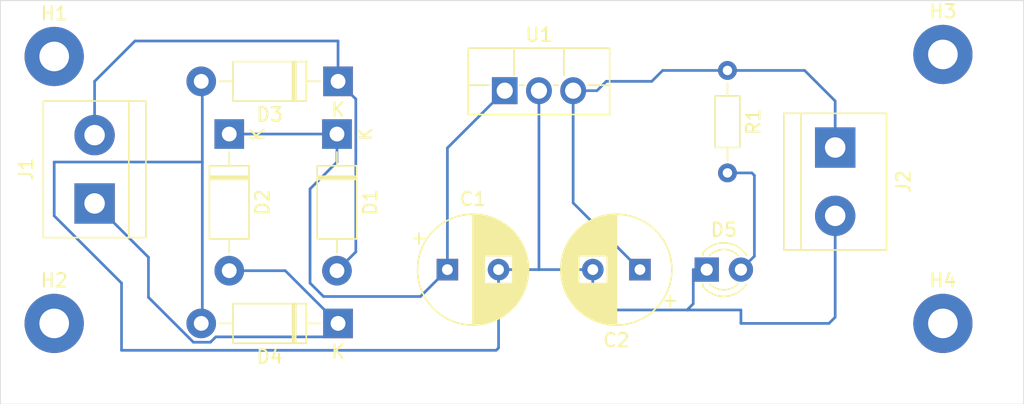
<source format=kicad_pcb>
(kicad_pcb (version 20240108) (generator "pcbnew") (generator_version "8.0")
  (layers (0 "F.Cu" signal) (31 "B.Cu" signal) (34 "B.Paste" user) (35 "F.Paste" user) (36 "B.SilkS" user "B.Silkscreen") (37 "F.SilkS" user "F.Silkscreen") (38 "B.Mask" user) (39 "F.Mask" user) (44 "Edge.Cuts" user))
  (net 0 "")
  (net 1 "Net-(D1-K)")
  (net 2 "Net-(D3-A)")
  (net 3 "Net-(J2-Pin_1)")
  (net 4 "Net-(D1-A)")
  (net 5 "Net-(D2-A)")
  (net 6 "Net-(D5-A)")
  (footprint "MountingHole:MountingHole_2.2mm_M2_Pad_TopBottom" (layer "F.Cu") (at 185 82)
    (property "Reference" "H3" (at 0 -3.2 0) (layer "F.SilkS"))
    (property "Value" "MountingHole")
    (pad "1" thru_hole circle (at 0 0) (size 2.6 2.6) (drill 2.2) (layers "*.Cu" "*.Mask"))
    (pad "1" connect circle (at 0 0) (size 4.4 4.4) (layers "F.Cu" "F.Mask"))
    (pad "1" connect circle (at 0 0) (size 4.4 4.4) (layers "B.Cu" "B.Mask"))
  )
  (footprint "Resistor_THT:R_Axial_DIN0204_L3.6mm_D1.6mm_P7.62mm_Horizontal" (layer "F.Cu") (at 169 83.19 -90)
    (property "Reference" "R1" (at 3.81 -1.92 90) (layer "F.SilkS"))
    (property "Value" "1k")
    (fp_line (start 1.89 0.92) (end 5.73 0.92) (stroke (width 0.12)) (layer "F.SilkS"))
    (fp_line (start 5.73 0.92) (end 5.73 -0.92) (stroke (width 0.12)) (layer "F.SilkS"))
    (fp_line (start 0.94 0) (end 1.89 0) (stroke (width 0.12)) (layer "F.SilkS"))
    (fp_line (start 6.68 0) (end 5.73 0) (stroke (width 0.12)) (layer "F.SilkS"))
    (fp_line (start 1.89 -0.92) (end 1.89 0.92) (stroke (width 0.12)) (layer "F.SilkS"))
    (fp_line (start 5.73 -0.92) (end 1.89 -0.92) (stroke (width 0.12)) (layer "F.SilkS"))
    (pad "1" thru_hole circle (at 0 0 270) (size 1.4 1.4) (drill 0.7) (layers "*.Cu" "*.Mask") (net 3 "Net-(J2-Pin_1)"))
    (pad "2" thru_hole oval (at 7.62 0 270) (size 1.4 1.4) (drill 0.7) (layers "*.Cu" "*.Mask") (net 6 "Net-(D5-A)"))
  )
  (footprint "TerminalBlock:TerminalBlock_bornier-2_P5.08mm" (layer "F.Cu") (at 177 88.92 -90)
    (property "Reference" "J2" (at 2.54 -5.08 90) (layer "F.SilkS"))
    (property "Value" "Screw_Terminal_01x02")
    (fp_line (start -2.54 3.81) (end 7.62 3.81) (stroke (width 0.12)) (layer "F.SilkS"))
    (fp_line (start 7.62 3.81) (end 7.62 -3.81) (stroke (width 0.12)) (layer "F.SilkS"))
    (fp_line (start 7.62 2.54) (end -2.54 2.54) (stroke (width 0.12)) (layer "F.SilkS"))
    (fp_line (start -2.54 -3.81) (end -2.54 3.81) (stroke (width 0.12)) (layer "F.SilkS"))
    (fp_line (start 7.62 -3.81) (end -2.54 -3.81) (stroke (width 0.12)) (layer "F.SilkS"))
    (pad "1" thru_hole rect (at 0 0 270) (size 3 3) (drill 1.52) (layers "*.Cu" "*.Mask") (net 3 "Net-(J2-Pin_1)"))
    (pad "2" thru_hole circle (at 5.08 0 270) (size 3 3) (drill 1.52) (layers "*.Cu" "*.Mask") (net 2 "Net-(D3-A)"))
  )
  (footprint "MountingHole:MountingHole_2.2mm_M2_Pad_TopBottom" (layer "F.Cu") (at 119 102)
    (property "Reference" "H2" (at 0 -3.2 0) (layer "F.SilkS"))
    (property "Value" "MountingHole")
    (pad "1" thru_hole circle (at 0 0) (size 2.6 2.6) (drill 2.2) (layers "*.Cu" "*.Mask"))
    (pad "1" connect circle (at 0 0) (size 4.4 4.4) (layers "F.Cu" "F.Mask"))
    (pad "1" connect circle (at 0 0) (size 4.4 4.4) (layers "B.Cu" "B.Mask"))
  )
  (footprint "LED_THT:LED_D3.0mm_Clear" (layer "F.Cu") (at 167.46 98)
    (property "Reference" "D5" (at 1.27 -2.96 0) (layer "F.SilkS"))
    (property "Value" "LED")
    (fp_line (start -0.29 -1.236) (end -0.29 -1.08) (stroke (width 0.12)) (layer "F.SilkS"))
    (fp_line (start -0.29 1.08) (end -0.29 1.236) (stroke (width 0.12)) (layer "F.SilkS"))
    (fp_arc (start -0.29 -1.235516) (mid 1.366487 -1.987659) (end 2.942335 -1.078608) (stroke (width 0.12)) (layer "F.SilkS"))
    (fp_arc (start 0.229039 -1.08) (mid 1.270117 -1.5) (end 2.31113 -1.079837) (stroke (width 0.12)) (layer "F.SilkS"))
    (fp_arc (start 2.31113 1.079837) (mid 1.270117 1.5) (end 0.229039 1.08) (stroke (width 0.12)) (layer "F.SilkS"))
    (fp_arc (start 2.942335 1.078608) (mid 1.366487 1.987659) (end -0.29 1.235516) (stroke (width 0.12)) (layer "F.SilkS"))
    (pad "1" thru_hole rect (at 0 0) (size 1.8 1.8) (drill 0.9) (layers "*.Cu" "*.Mask") (net 2 "Net-(D3-A)"))
    (pad "2" thru_hole circle (at 2.54 0) (size 1.8 1.8) (drill 0.9) (layers "*.Cu" "*.Mask") (net 6 "Net-(D5-A)"))
  )
  (footprint "Capacitor_THT:CP_Radial_D8.0mm_P3.50mm" (layer "F.Cu") (at 162.5 98 180)
    (property "Reference" "C2" (at 1.75 -5.25 180) (layer "F.SilkS"))
    (property "Value" "100uF")
    (fp_line (start 5.831 -0.533) (end 5.831 0.533) (stroke (width 0.12)) (layer "F.SilkS"))
    (fp_line (start 5.791 -0.768) (end 5.791 0.768) (stroke (width 0.12)) (layer "F.SilkS"))
    (fp_line (start 5.751 -0.948) (end 5.751 0.948) (stroke (width 0.12)) (layer "F.SilkS"))
    (fp_line (start 5.711 -1.098) (end 5.711 1.098) (stroke (width 0.12)) (layer "F.SilkS"))
    (fp_line (start 5.671 -1.229) (end 5.671 1.229) (stroke (width 0.12)) (layer "F.SilkS"))
    (fp_line (start 5.631 -1.346) (end 5.631 1.346) (stroke (width 0.12)) (layer "F.SilkS"))
    (fp_line (start 5.591 -1.453) (end 5.591 1.453) (stroke (width 0.12)) (layer "F.SilkS"))
    (fp_line (start 5.551 -1.552) (end 5.551 1.552) (stroke (width 0.12)) (layer "F.SilkS"))
    (fp_line (start 5.511 -1.645) (end 5.511 1.645) (stroke (width 0.12)) (layer "F.SilkS"))
    (fp_line (start 5.471 -1.731) (end 5.471 1.731) (stroke (width 0.12)) (layer "F.SilkS"))
    (fp_line (start 5.431 -1.813) (end 5.431 1.813) (stroke (width 0.12)) (layer "F.SilkS"))
    (fp_line (start 5.391 -1.89) (end 5.391 1.89) (stroke (width 0.12)) (layer "F.SilkS"))
    (fp_line (start 5.351 -1.964) (end 5.351 1.964) (stroke (width 0.12)) (layer "F.SilkS"))
    (fp_line (start 5.311 -2.034) (end 5.311 2.034) (stroke (width 0.12)) (layer "F.SilkS"))
    (fp_line (start 5.271 -2.102) (end 5.271 2.102) (stroke (width 0.12)) (layer "F.SilkS"))
    (fp_line (start 5.231 -2.166) (end 5.231 2.166) (stroke (width 0.12)) (layer "F.SilkS"))
    (fp_line (start 5.191 -2.228) (end 5.191 2.228) (stroke (width 0.12)) (layer "F.SilkS"))
    (fp_line (start 5.151 -2.287) (end 5.151 2.287) (stroke (width 0.12)) (layer "F.SilkS"))
    (fp_line (start 5.111 -2.345) (end 5.111 2.345) (stroke (width 0.12)) (layer "F.SilkS"))
    (fp_line (start 5.071 -2.4) (end 5.071 2.4) (stroke (width 0.12)) (layer "F.SilkS"))
    (fp_line (start 5.031 -2.454) (end 5.031 2.454) (stroke (width 0.12)) (layer "F.SilkS"))
    (fp_line (start 4.991 -2.505) (end 4.991 2.505) (stroke (width 0.12)) (layer "F.SilkS"))
    (fp_line (start 4.951 -2.556) (end 4.951 2.556) (stroke (width 0.12)) (layer "F.SilkS"))
    (fp_line (start 4.911 -2.604) (end 4.911 2.604) (stroke (width 0.12)) (layer "F.SilkS"))
    (fp_line (start 4.871 -2.651) (end 4.871 2.651) (stroke (width 0.12)) (layer "F.SilkS"))
    (fp_line (start 4.831 -2.697) (end 4.831 2.697) (stroke (width 0.12)) (layer "F.SilkS"))
    (fp_line (start 4.791 -2.741) (end 4.791 2.741) (stroke (width 0.12)) (layer "F.SilkS"))
    (fp_line (start 4.751 -2.784) (end 4.751 2.784) (stroke (width 0.12)) (layer "F.SilkS"))
    (fp_line (start 4.711 -2.826) (end 4.711 2.826) (stroke (width 0.12)) (layer "F.SilkS"))
    (fp_line (start 4.671 -2.867) (end 4.671 2.867) (stroke (width 0.12)) (layer "F.SilkS"))
    (fp_line (start 4.631 -2.907) (end 4.631 2.907) (stroke (width 0.12)) (layer "F.SilkS"))
    (fp_line (start 4.591 -2.945) (end 4.591 2.945) (stroke (width 0.12)) (layer "F.SilkS"))
    (fp_line (start 4.551 -2.983) (end 4.551 2.983) (stroke (width 0.12)) (layer "F.SilkS"))
    (fp_line (start 4.511 1.04) (end 4.511 3.019) (stroke (width 0.12)) (layer "F.SilkS"))
    (fp_line (start 4.511 -3.019) (end 4.511 -1.04) (stroke (width 0.12)) (layer "F.SilkS"))
    (fp_line (start 4.471 1.04) (end 4.471 3.055) (stroke (width 0.12)) (layer "F.SilkS"))
    (fp_line (start 4.471 -3.055) (end 4.471 -1.04) (stroke (width 0.12)) (layer "F.SilkS"))
    (fp_line (start 4.431 1.04) (end 4.431 3.09) (stroke (width 0.12)) (layer "F.SilkS"))
    (fp_line (start 4.431 -3.09) (end 4.431 -1.04) (stroke (width 0.12)) (layer "F.SilkS"))
    (fp_line (start 4.391 1.04) (end 4.391 3.124) (stroke (width 0.12)) (layer "F.SilkS"))
    (fp_line (start 4.391 -3.124) (end 4.391 -1.04) (stroke (width 0.12)) (layer "F.SilkS"))
    (fp_line (start 4.351 1.04) (end 4.351 3.156) (stroke (width 0.12)) (layer "F.SilkS"))
    (fp_line (start 4.351 -3.156) (end 4.351 -1.04) (stroke (width 0.12)) (layer "F.SilkS"))
    (fp_line (start 4.311 1.04) (end 4.311 3.189) (stroke (width 0.12)) (layer "F.SilkS"))
    (fp_line (start 4.311 -3.189) (end 4.311 -1.04) (stroke (width 0.12)) (layer "F.SilkS"))
    (fp_line (start 4.271 1.04) (end 4.271 3.22) (stroke (width 0.12)) (layer "F.SilkS"))
    (fp_line (start 4.271 -3.22) (end 4.271 -1.04) (stroke (width 0.12)) (layer "F.SilkS"))
    (fp_line (start 4.231 1.04) (end 4.231 3.25) (stroke (width 0.12)) (layer "F.SilkS"))
    (fp_line (start 4.231 -3.25) (end 4.231 -1.04) (stroke (width 0.12)) (layer "F.SilkS"))
    (fp_line (start 4.191 1.04) (end 4.191 3.28) (stroke (width 0.12)) (layer "F.SilkS"))
    (fp_line (start 4.191 -3.28) (end 4.191 -1.04) (stroke (width 0.12)) (layer "F.SilkS"))
    (fp_line (start 4.151 1.04) (end 4.151 3.309) (stroke (width 0.12)) (layer "F.SilkS"))
    (fp_line (start 4.151 -3.309) (end 4.151 -1.04) (stroke (width 0.12)) (layer "F.SilkS"))
    (fp_line (start 4.111 1.04) (end 4.111 3.338) (stroke (width 0.12)) (layer "F.SilkS"))
    (fp_line (start 4.111 -3.338) (end 4.111 -1.04) (stroke (width 0.12)) (layer "F.SilkS"))
    (fp_line (start 4.071 1.04) (end 4.071 3.365) (stroke (width 0.12)) (layer "F.SilkS"))
    (fp_line (start 4.071 -3.365) (end 4.071 -1.04) (stroke (width 0.12)) (layer "F.SilkS"))
    (fp_line (start 4.031 1.04) (end 4.031 3.392) (stroke (width 0.12)) (layer "F.SilkS"))
    (fp_line (start 4.031 -3.392) (end 4.031 -1.04) (stroke (width 0.12)) (layer "F.SilkS"))
    (fp_line (start 3.991 1.04) (end 3.991 3.418) (stroke (width 0.12)) (layer "F.SilkS"))
    (fp_line (start 3.991 -3.418) (end 3.991 -1.04) (stroke (width 0.12)) (layer "F.SilkS"))
    (fp_line (start 3.951 1.04) (end 3.951 3.444) (stroke (width 0.12)) (layer "F.SilkS"))
    (fp_line (start 3.951 -3.444) (end 3.951 -1.04) (stroke (width 0.12)) (layer "F.SilkS"))
    (fp_line (start 3.911 1.04) (end 3.911 3.469) (stroke (width 0.12)) (layer "F.SilkS"))
    (fp_line (start 3.911 -3.469) (end 3.911 -1.04) (stroke (width 0.12)) (layer "F.SilkS"))
    (fp_line (start 3.871 1.04) (end 3.871 3.493) (stroke (width 0.12)) (layer "F.SilkS"))
    (fp_line (start 3.871 -3.493) (end 3.871 -1.04) (stroke (width 0.12)) (layer "F.SilkS"))
    (fp_line (start 3.831 1.04) (end 3.831 3.517) (stroke (width 0.12)) (layer "F.SilkS"))
    (fp_line (start 3.831 -3.517) (end 3.831 -1.04) (stroke (width 0.12)) (layer "F.SilkS"))
    (fp_line (start 3.791 1.04) (end 3.791 3.54) (stroke (width 0.12)) (layer "F.SilkS"))
    (fp_line (start 3.791 -3.54) (end 3.791 -1.04) (stroke (width 0.12)) (layer "F.SilkS"))
    (fp_line (start 3.751 1.04) (end 3.751 3.562) (stroke (width 0.12)) (layer "F.SilkS"))
    (fp_line (start 3.751 -3.562) (end 3.751 -1.04) (stroke (width 0.12)) (layer "F.SilkS"))
    (fp_line (start 3.711 1.04) (end 3.711 3.584) (stroke (width 0.12)) (layer "F.SilkS"))
    (fp_line (start 3.711 -3.584) (end 3.711 -1.04) (stroke (width 0.12)) (layer "F.SilkS"))
    (fp_line (start 3.671 1.04) (end 3.671 3.606) (stroke (width 0.12)) (layer "F.SilkS"))
    (fp_line (start 3.671 -3.606) (end 3.671 -1.04) (stroke (width 0.12)) (layer "F.SilkS"))
    (fp_line (start 3.631 1.04) (end 3.631 3.627) (stroke (width 0.12)) (layer "F.SilkS"))
    (fp_line (start 3.631 -3.627) (end 3.631 -1.04) (stroke (width 0.12)) (layer "F.SilkS"))
    (fp_line (start 3.591 1.04) (end 3.591 3.647) (stroke (width 0.12)) (layer "F.SilkS"))
    (fp_line (start 3.591 -3.647) (end 3.591 -1.04) (stroke (width 0.12)) (layer "F.SilkS"))
    (fp_line (start 3.551 1.04) (end 3.551 3.666) (stroke (width 0.12)) (layer "F.SilkS"))
    (fp_line (start 3.551 -3.666) (end 3.551 -1.04) (stroke (width 0.12)) (layer "F.SilkS"))
    (fp_line (start 3.511 1.04) (end 3.511 3.686) (stroke (width 0.12)) (layer "F.SilkS"))
    (fp_line (start 3.511 -3.686) (end 3.511 -1.04) (stroke (width 0.12)) (layer "F.SilkS"))
    (fp_line (start 3.471 1.04) (end 3.471 3.704) (stroke (width 0.12)) (layer "F.SilkS"))
    (fp_line (start 3.471 -3.704) (end 3.471 -1.04) (stroke (width 0.12)) (layer "F.SilkS"))
    (fp_line (start 3.431 1.04) (end 3.431 3.722) (stroke (width 0.12)) (layer "F.SilkS"))
    (fp_line (start 3.431 -3.722) (end 3.431 -1.04) (stroke (width 0.12)) (layer "F.SilkS"))
    (fp_line (start 3.391 1.04) (end 3.391 3.74) (stroke (width 0.12)) (layer "F.SilkS"))
    (fp_line (start 3.391 -3.74) (end 3.391 -1.04) (stroke (width 0.12)) (layer "F.SilkS"))
    (fp_line (start 3.351 1.04) (end 3.351 3.757) (stroke (width 0.12)) (layer "F.SilkS"))
    (fp_line (start 3.351 -3.757) (end 3.351 -1.04) (stroke (width 0.12)) (layer "F.SilkS"))
    (fp_line (start 3.311 1.04) (end 3.311 3.774) (stroke (width 0.12)) (layer "F.SilkS"))
    (fp_line (start 3.311 -3.774) (end 3.311 -1.04) (stroke (width 0.12)) (layer "F.SilkS"))
    (fp_line (start 3.271 1.04) (end 3.271 3.79) (stroke (width 0.12)) (layer "F.SilkS"))
    (fp_line (start 3.271 -3.79) (end 3.271 -1.04) (stroke (width 0.12)) (layer "F.SilkS"))
    (fp_line (start 3.231 1.04) (end 3.231 3.805) (stroke (width 0.12)) (layer "F.SilkS"))
    (fp_line (start 3.231 -3.805) (end 3.231 -1.04) (stroke (width 0.12)) (layer "F.SilkS"))
    (fp_line (start 3.191 1.04) (end 3.191 3.821) (stroke (width 0.12)) (layer "F.SilkS"))
    (fp_line (start 3.191 -3.821) (end 3.191 -1.04) (stroke (width 0.12)) (layer "F.SilkS"))
    (fp_line (start 3.151 1.04) (end 3.151 3.835) (stroke (width 0.12)) (layer "F.SilkS"))
    (fp_line (start 3.151 -3.835) (end 3.151 -1.04) (stroke (width 0.12)) (layer "F.SilkS"))
    (fp_line (start 3.111 1.04) (end 3.111 3.85) (stroke (width 0.12)) (layer "F.SilkS"))
    (fp_line (start 3.111 -3.85) (end 3.111 -1.04) (stroke (width 0.12)) (layer "F.SilkS"))
    (fp_line (start 3.071 1.04) (end 3.071 3.863) (stroke (width 0.12)) (layer "F.SilkS"))
    (fp_line (start 3.071 -3.863) (end 3.071 -1.04) (stroke (width 0.12)) (layer "F.SilkS"))
    (fp_line (start 3.031 1.04) (end 3.031 3.877) (stroke (width 0.12)) (layer "F.SilkS"))
    (fp_line (start 3.031 -3.877) (end 3.031 -1.04) (stroke (width 0.12)) (layer "F.SilkS"))
    (fp_line (start 2.991 1.04) (end 2.991 3.889) (stroke (width 0.12)) (layer "F.SilkS"))
    (fp_line (start 2.991 -3.889) (end 2.991 -1.04) (stroke (width 0.12)) (layer "F.SilkS"))
    (fp_line (start 2.951 1.04) (end 2.951 3.902) (stroke (width 0.12)) (layer "F.SilkS"))
    (fp_line (start 2.951 -3.902) (end 2.951 -1.04) (stroke (width 0.12)) (layer "F.SilkS"))
    (fp_line (start 2.911 1.04) (end 2.911 3.914) (stroke (width 0.12)) (layer "F.SilkS"))
    (fp_line (start 2.911 -3.914) (end 2.911 -1.04) (stroke (width 0.12)) (layer "F.SilkS"))
    (fp_line (start 2.871 1.04) (end 2.871 3.925) (stroke (width 0.12)) (layer "F.SilkS"))
    (fp_line (start 2.871 -3.925) (end 2.871 -1.04) (stroke (width 0.12)) (layer "F.SilkS"))
    (fp_line (start 2.831 1.04) (end 2.831 3.936) (stroke (width 0.12)) (layer "F.SilkS"))
    (fp_line (start 2.831 -3.936) (end 2.831 -1.04) (stroke (width 0.12)) (layer "F.SilkS"))
    (fp_line (start 2.791 1.04) (end 2.791 3.947) (stroke (width 0.12)) (layer "F.SilkS"))
    (fp_line (start 2.791 -3.947) (end 2.791 -1.04) (stroke (width 0.12)) (layer "F.SilkS"))
    (fp_line (start 2.751 1.04) (end 2.751 3.957) (stroke (width 0.12)) (layer "F.SilkS"))
    (fp_line (start 2.751 -3.957) (end 2.751 -1.04) (stroke (width 0.12)) (layer "F.SilkS"))
    (fp_line (start 2.711 1.04) (end 2.711 3.967) (stroke (width 0.12)) (layer "F.SilkS"))
    (fp_line (start 2.711 -3.967) (end 2.711 -1.04) (stroke (width 0.12)) (layer "F.SilkS"))
    (fp_line (start 2.671 1.04) (end 2.671 3.976) (stroke (width 0.12)) (layer "F.SilkS"))
    (fp_line (start 2.671 -3.976) (end 2.671 -1.04) (stroke (width 0.12)) (layer "F.SilkS"))
    (fp_line (start 2.631 1.04) (end 2.631 3.985) (stroke (width 0.12)) (layer "F.SilkS"))
    (fp_line (start 2.631 -3.985) (end 2.631 -1.04) (stroke (width 0.12)) (layer "F.SilkS"))
    (fp_line (start 2.591 1.04) (end 2.591 3.994) (stroke (width 0.12)) (layer "F.SilkS"))
    (fp_line (start 2.591 -3.994) (end 2.591 -1.04) (stroke (width 0.12)) (layer "F.SilkS"))
    (fp_line (start 2.551 1.04) (end 2.551 4.002) (stroke (width 0.12)) (layer "F.SilkS"))
    (fp_line (start 2.551 -4.002) (end 2.551 -1.04) (stroke (width 0.12)) (layer "F.SilkS"))
    (fp_line (start 2.511 1.04) (end 2.511 4.01) (stroke (width 0.12)) (layer "F.SilkS"))
    (fp_line (start 2.511 -4.01) (end 2.511 -1.04) (stroke (width 0.12)) (layer "F.SilkS"))
    (fp_line (start 2.471 1.04) (end 2.471 4.017) (stroke (width 0.12)) (layer "F.SilkS"))
    (fp_line (start 2.471 -4.017) (end 2.471 -1.04) (stroke (width 0.12)) (layer "F.SilkS"))
    (fp_line (start 2.43 -4.024) (end 2.43 4.024) (stroke (width 0.12)) (layer "F.SilkS"))
    (fp_line (start 2.39 -4.03) (end 2.39 4.03) (stroke (width 0.12)) (layer "F.SilkS"))
    (fp_line (start 2.35 -4.037) (end 2.35 4.037) (stroke (width 0.12)) (layer "F.SilkS"))
    (fp_line (start 2.31 -4.042) (end 2.31 4.042) (stroke (width 0.12)) (layer "F.SilkS"))
    (fp_line (start 2.27 -4.048) (end 2.27 4.048) (stroke (width 0.12)) (layer "F.SilkS"))
    (fp_line (start 2.23 -4.052) (end 2.23 4.052) (stroke (width 0.12)) (layer "F.SilkS"))
    (fp_line (start 2.19 -4.057) (end 2.19 4.057) (stroke (width 0.12)) (layer "F.SilkS"))
    (fp_line (start 2.15 -4.061) (end 2.15 4.061) (stroke (width 0.12)) (layer "F.SilkS"))
    (fp_line (start 2.11 -4.065) (end 2.11 4.065) (stroke (width 0.12)) (layer "F.SilkS"))
    (fp_line (start 2.07 -4.068) (end 2.07 4.068) (stroke (width 0.12)) (layer "F.SilkS"))
    (fp_line (start 2.03 -4.071) (end 2.03 4.071) (stroke (width 0.12)) (layer "F.SilkS"))
    (fp_line (start 1.99 -4.074) (end 1.99 4.074) (stroke (width 0.12)) (layer "F.SilkS"))
    (fp_line (start 1.95 -4.076) (end 1.95 4.076) (stroke (width 0.12)) (layer "F.SilkS"))
    (fp_line (start 1.91 -4.077) (end 1.91 4.077) (stroke (width 0.12)) (layer "F.SilkS"))
    (fp_line (start 1.87 -4.079) (end 1.87 4.079) (stroke (width 0.12)) (layer "F.SilkS"))
    (fp_line (start 1.83 -4.08) (end 1.83 4.08) (stroke (width 0.12)) (layer "F.SilkS"))
    (fp_line (start 1.79 -4.08) (end 1.79 4.08) (stroke (width 0.12)) (layer "F.SilkS"))
    (fp_line (start 1.75 -4.08) (end 1.75 4.08) (stroke (width 0.12)) (layer "F.SilkS"))
    (fp_line (start -2.259698 -2.715) (end -2.259698 -1.915) (stroke (width 0.12)) (layer "F.SilkS"))
    (fp_line (start -2.659698 -2.315) (end -1.859698 -2.315) (stroke (width 0.12)) (layer "F.SilkS"))
    (fp_circle (center 1.75 0) (end 5.87 0) (stroke (width 0.12)) (fill none) (layer "F.SilkS"))
    (pad "1" thru_hole rect (at 0 0 180) (size 1.6 1.6) (drill 0.8) (layers "*.Cu" "*.Mask") (net 3 "Net-(J2-Pin_1)"))
    (pad "2" thru_hole circle (at 3.5 0 180) (size 1.6 1.6) (drill 0.8) (layers "*.Cu" "*.Mask") (net 2 "Net-(D3-A)"))
  )
  (footprint "MountingHole:MountingHole_2.2mm_M2_Pad_TopBottom" (layer "F.Cu") (at 119 82.15)
    (property "Reference" "H1" (at 0 -3.2 0) (layer "F.SilkS"))
    (property "Value" "MountingHole" (hide yes))
    (pad "1" thru_hole circle (at 0 0) (size 2.6 2.6) (drill 2.2) (layers "*.Cu" "*.Mask"))
    (pad "1" connect circle (at 0 0) (size 4.4 4.4) (layers "F.Cu" "F.Mask"))
    (pad "1" connect circle (at 0 0) (size 4.4 4.4) (layers "B.Cu" "B.Mask"))
  )
  (footprint "Diode_THT:D_DO-41_SOD81_P10.16mm_Horizontal" (layer "F.Cu") (at 140 87.92 -90)
    (property "Reference" "D1" (at 5.08 -2.47 90) (layer "F.SilkS"))
    (property "Value" "1N4007")
    (fp_line (start 2.36 1.47) (end 7.8 1.47) (stroke (width 0.12)) (layer "F.SilkS"))
    (fp_line (start 7.8 1.47) (end 7.8 -1.47) (stroke (width 0.12)) (layer "F.SilkS"))
    (fp_line (start 1.34 0) (end 2.36 0) (stroke (width 0.12)) (layer "F.SilkS"))
    (fp_line (start 8.82 0) (end 7.8 0) (stroke (width 0.12)) (layer "F.SilkS"))
    (fp_line (start 2.36 -1.47) (end 2.36 1.47) (stroke (width 0.12)) (layer "F.SilkS"))
    (fp_line (start 3.14 -1.47) (end 3.14 1.47) (stroke (width 0.12)) (layer "F.SilkS"))
    (fp_line (start 3.26 -1.47) (end 3.26 1.47) (stroke (width 0.12)) (layer "F.SilkS"))
    (fp_line (start 3.38 -1.47) (end 3.38 1.47) (stroke (width 0.12)) (layer "F.SilkS"))
    (fp_line (start 7.8 -1.47) (end 2.36 -1.47) (stroke (width 0.12)) (layer "F.SilkS"))
    (fp_text user "K" (at 0 -2.1 90) (layer "F.SilkS"))
    (pad "1" thru_hole rect (at 0 0 270) (size 2.2 2.2) (drill 1.1) (layers "*.Cu" "*.Mask") (net 1 "Net-(D1-K)"))
    (pad "2" thru_hole oval (at 10.16 0 270) (size 2.2 2.2) (drill 1.1) (layers "*.Cu" "*.Mask") (net 4 "Net-(D1-A)"))
  )
  (footprint "Diode_THT:D_DO-41_SOD81_P10.16mm_Horizontal" (layer "F.Cu") (at 140.08 84 180)
    (property "Reference" "D3" (at 5.08 -2.47 180) (layer "F.SilkS"))
    (property "Value" "1N4007")
    (fp_line (start 8.82 0) (end 7.8 0) (stroke (width 0.12)) (layer "F.SilkS"))
    (fp_line (start 7.8 1.47) (end 7.8 -1.47) (stroke (width 0.12)) (layer "F.SilkS"))
    (fp_line (start 7.8 -1.47) (end 2.36 -1.47) (stroke (width 0.12)) (layer "F.SilkS"))
    (fp_line (start 3.38 -1.47) (end 3.38 1.47) (stroke (width 0.12)) (layer "F.SilkS"))
    (fp_line (start 3.26 -1.47) (end 3.26 1.47) (stroke (width 0.12)) (layer "F.SilkS"))
    (fp_line (start 3.14 -1.47) (end 3.14 1.47) (stroke (width 0.12)) (layer "F.SilkS"))
    (fp_line (start 2.36 1.47) (end 7.8 1.47) (stroke (width 0.12)) (layer "F.SilkS"))
    (fp_line (start 2.36 -1.47) (end 2.36 1.47) (stroke (width 0.12)) (layer "F.SilkS"))
    (fp_line (start 1.34 0) (end 2.36 0) (stroke (width 0.12)) (layer "F.SilkS"))
    (fp_text user "K" (at 0 -2.1 180) (layer "F.SilkS"))
    (pad "1" thru_hole rect (at 0 0 180) (size 2.2 2.2) (drill 1.1) (layers "*.Cu" "*.Mask") (net 4 "Net-(D1-A)"))
    (pad "2" thru_hole oval (at 10.16 0 180) (size 2.2 2.2) (drill 1.1) (layers "*.Cu" "*.Mask") (net 2 "Net-(D3-A)"))
  )
  (footprint "TerminalBlock:TerminalBlock_bornier-2_P5.08mm" (layer "F.Cu") (at 122 93.08 90)
    (property "Reference" "J1" (at 2.54 -5.08 270) (layer "F.SilkS"))
    (property "Value" "Screw_Terminal_01x02")
    (fp_line (start 7.62 -3.81) (end -2.54 -3.81) (stroke (width 0.12)) (layer "F.SilkS"))
    (fp_line (start -2.54 -3.81) (end -2.54 3.81) (stroke (width 0.12)) (layer "F.SilkS"))
    (fp_line (start 7.62 2.54) (end -2.54 2.54) (stroke (width 0.12)) (layer "F.SilkS"))
    (fp_line (start 7.62 3.81) (end 7.62 -3.81) (stroke (width 0.12)) (layer "F.SilkS"))
    (fp_line (start -2.54 3.81) (end 7.62 3.81) (stroke (width 0.12)) (layer "F.SilkS"))
    (pad "1" thru_hole rect (at 0 0 90) (size 3 3) (drill 1.52) (layers "*.Cu" "*.Mask") (net 5 "Net-(D2-A)"))
    (pad "2" thru_hole circle (at 5.08 0 90) (size 3 3) (drill 1.52) (layers "*.Cu" "*.Mask") (net 4 "Net-(D1-A)"))
  )
  (footprint "Diode_THT:D_DO-41_SOD81_P10.16mm_Horizontal" (layer "F.Cu") (at 140.08 102 180)
    (property "Reference" "D4" (at 5.08 -2.47 180) (layer "F.SilkS"))
    (property "Value" "1N4007")
    (fp_line (start 8.82 0) (end 7.8 0) (stroke (width 0.12)) (layer "F.SilkS"))
    (fp_line (start 7.8 1.47) (end 7.8 -1.47) (stroke (width 0.12)) (layer "F.SilkS"))
    (fp_line (start 7.8 -1.47) (end 2.36 -1.47) (stroke (width 0.12)) (layer "F.SilkS"))
    (fp_line (start 3.38 -1.47) (end 3.38 1.47) (stroke (width 0.12)) (layer "F.SilkS"))
    (fp_line (start 3.26 -1.47) (end 3.26 1.47) (stroke (width 0.12)) (layer "F.SilkS"))
    (fp_line (start 3.14 -1.47) (end 3.14 1.47) (stroke (width 0.12)) (layer "F.SilkS"))
    (fp_line (start 2.36 1.47) (end 7.8 1.47) (stroke (width 0.12)) (layer "F.SilkS"))
    (fp_line (start 2.36 -1.47) (end 2.36 1.47) (stroke (width 0.12)) (layer "F.SilkS"))
    (fp_line (start 1.34 0) (end 2.36 0) (stroke (width 0.12)) (layer "F.SilkS"))
    (fp_text user "K" (at 0 -2.1 180) (layer "F.SilkS"))
    (pad "1" thru_hole rect (at 0 0 180) (size 2.2 2.2) (drill 1.1) (layers "*.Cu" "*.Mask") (net 5 "Net-(D2-A)"))
    (pad "2" thru_hole oval (at 10.16 0 180) (size 2.2 2.2) (drill 1.1) (layers "*.Cu" "*.Mask") (net 2 "Net-(D3-A)"))
  )
  (footprint "Diode_THT:D_DO-41_SOD81_P10.16mm_Horizontal" (layer "F.Cu") (at 132 87.92 -90)
    (property "Reference" "D2" (at 5.08 -2.47 90) (layer "F.SilkS"))
    (property "Value" "1N4007")
    (fp_line (start 2.36 1.47) (end 7.8 1.47) (stroke (width 0.12)) (layer "F.SilkS"))
    (fp_line (start 7.8 1.47) (end 7.8 -1.47) (stroke (width 0.12)) (layer "F.SilkS"))
    (fp_line (start 1.34 0) (end 2.36 0) (stroke (width 0.12)) (layer "F.SilkS"))
    (fp_line (start 8.82 0) (end 7.8 0) (stroke (width 0.12)) (layer "F.SilkS"))
    (fp_line (start 2.36 -1.47) (end 2.36 1.47) (stroke (width 0.12)) (layer "F.SilkS"))
    (fp_line (start 3.14 -1.47) (end 3.14 1.47) (stroke (width 0.12)) (layer "F.SilkS"))
    (fp_line (start 3.26 -1.47) (end 3.26 1.47) (stroke (width 0.12)) (layer "F.SilkS"))
    (fp_line (start 3.38 -1.47) (end 3.38 1.47) (stroke (width 0.12)) (layer "F.SilkS"))
    (fp_line (start 7.8 -1.47) (end 2.36 -1.47) (stroke (width 0.12)) (layer "F.SilkS"))
    (fp_text user "K" (at 0 -2.1 90) (layer "F.SilkS"))
    (pad "1" thru_hole rect (at 0 0 270) (size 2.2 2.2) (drill 1.1) (layers "*.Cu" "*.Mask") (net 1 "Net-(D1-K)"))
    (pad "2" thru_hole oval (at 10.16 0 270) (size 2.2 2.2) (drill 1.1) (layers "*.Cu" "*.Mask") (net 5 "Net-(D2-A)"))
  )
  (footprint "Package_TO_SOT_THT:TO-220F-3_Vertical" (layer "F.Cu") (at 152.46 84.695)
    (property "Reference" "U1" (at 2.54 -4.1675 0) (layer "F.SilkS"))
    (property "Value" "LM7805_TO220")
    (fp_line (start -2.71 -3.168) (end -2.71 1.773) (stroke (width 0.12)) (layer "F.SilkS"))
    (fp_line (start -2.71 -3.168) (end 7.79 -3.168) (stroke (width 0.12)) (layer "F.SilkS"))
    (fp_line (start -2.71 -0.408) (end -1.103 -0.408) (stroke (width 0.12)) (layer "F.SilkS"))
    (fp_line (start -2.71 1.773) (end 7.79 1.773) (stroke (width 0.12)) (layer "F.SilkS"))
    (fp_line (start 0.69 -3.168) (end 0.69 -1.15) (stroke (width 0.12)) (layer "F.SilkS"))
    (fp_line (start 1.103 -0.408) (end 1.438 -0.408) (stroke (width 0.12)) (layer "F.SilkS"))
    (fp_line (start 3.643 -0.408) (end 3.978 -0.408) (stroke (width 0.12)) (layer "F.SilkS"))
    (fp_line (start 4.391 -3.168) (end 4.391 -1.15) (stroke (width 0.12)) (layer "F.SilkS"))
    (fp_line (start 6.183 -0.408) (end 7.79 -0.408) (stroke (width 0.12)) (layer "F.SilkS"))
    (fp_line (start 7.79 -3.168) (end 7.79 1.773) (stroke (width 0.12)) (layer "F.SilkS"))
    (pad "1" thru_hole rect (at 0 0) (size 1.905 2) (drill 1.2) (layers "*.Cu" "*.Mask") (net 1 "Net-(D1-K)"))
    (pad "2" thru_hole oval (at 2.54 0) (size 1.905 2) (drill 1.2) (layers "*.Cu" "*.Mask") (net 2 "Net-(D3-A)"))
    (pad "3" thru_hole oval (at 5.08 0) (size 1.905 2) (drill 1.2) (layers "*.Cu" "*.Mask") (net 3 "Net-(J2-Pin_1)"))
  )
  (footprint "MountingHole:MountingHole_2.2mm_M2_Pad_TopBottom" (layer "F.Cu") (at 185 102)
    (property "Reference" "H4" (at 0 -3.2 0) (layer "F.SilkS"))
    (property "Value" "MountingHole")
    (pad "1" thru_hole circle (at 0 0) (size 2.6 2.6) (drill 2.2) (layers "*.Cu" "*.Mask"))
    (pad "1" connect circle (at 0 0) (size 4.4 4.4) (layers "F.Cu" "F.Mask"))
    (pad "1" connect circle (at 0 0) (size 4.4 4.4) (layers "B.Cu" "B.Mask"))
  )
  (footprint "Capacitor_THT:CP_Radial_D8.0mm_P3.80mm" (layer "F.Cu") (at 148.2 98)
    (property "Reference" "C1" (at 1.9 -5.25 0) (layer "F.SilkS"))
    (property "Value" "47uF 25V")
    (fp_line (start -2.509698 -2.315) (end -1.709698 -2.315) (stroke (width 0.12)) (layer "F.SilkS"))
    (fp_line (start -2.109698 -2.715) (end -2.109698 -1.915) (stroke (width 0.12)) (layer "F.SilkS"))
    (fp_line (start 1.9 -4.08) (end 1.9 4.08) (stroke (width 0.12)) (layer "F.SilkS"))
    (fp_line (start 1.94 -4.08) (end 1.94 4.08) (stroke (width 0.12)) (layer "F.SilkS"))
    (fp_line (start 1.98 -4.08) (end 1.98 4.08) (stroke (width 0.12)) (layer "F.SilkS"))
    (fp_line (start 2.02 -4.079) (end 2.02 4.079) (stroke (width 0.12)) (layer "F.SilkS"))
    (fp_line (start 2.06 -4.077) (end 2.06 4.077) (stroke (width 0.12)) (layer "F.SilkS"))
    (fp_line (start 2.1 -4.076) (end 2.1 4.076) (stroke (width 0.12)) (layer "F.SilkS"))
    (fp_line (start 2.14 -4.074) (end 2.14 4.074) (stroke (width 0.12)) (layer "F.SilkS"))
    (fp_line (start 2.18 -4.071) (end 2.18 4.071) (stroke (width 0.12)) (layer "F.SilkS"))
    (fp_line (start 2.22 -4.068) (end 2.22 4.068) (stroke (width 0.12)) (layer "F.SilkS"))
    (fp_line (start 2.26 -4.065) (end 2.26 4.065) (stroke (width 0.12)) (layer "F.SilkS"))
    (fp_line (start 2.3 -4.061) (end 2.3 4.061) (stroke (width 0.12)) (layer "F.SilkS"))
    (fp_line (start 2.34 -4.057) (end 2.34 4.057) (stroke (width 0.12)) (layer "F.SilkS"))
    (fp_line (start 2.38 -4.052) (end 2.38 4.052) (stroke (width 0.12)) (layer "F.SilkS"))
    (fp_line (start 2.42 -4.048) (end 2.42 4.048) (stroke (width 0.12)) (layer "F.SilkS"))
    (fp_line (start 2.46 -4.042) (end 2.46 4.042) (stroke (width 0.12)) (layer "F.SilkS"))
    (fp_line (start 2.5 -4.037) (end 2.5 4.037) (stroke (width 0.12)) (layer "F.SilkS"))
    (fp_line (start 2.54 -4.03) (end 2.54 4.03) (stroke (width 0.12)) (layer "F.SilkS"))
    (fp_line (start 2.58 -4.024) (end 2.58 4.024) (stroke (width 0.12)) (layer "F.SilkS"))
    (fp_line (start 2.621 -4.017) (end 2.621 4.017) (stroke (width 0.12)) (layer "F.SilkS"))
    (fp_line (start 2.661 -4.01) (end 2.661 4.01) (stroke (width 0.12)) (layer "F.SilkS"))
    (fp_line (start 2.701 -4.002) (end 2.701 4.002) (stroke (width 0.12)) (layer "F.SilkS"))
    (fp_line (start 2.741 -3.994) (end 2.741 3.994) (stroke (width 0.12)) (layer "F.SilkS"))
    (fp_line (start 2.781 -3.985) (end 2.781 -1.04) (stroke (width 0.12)) (layer "F.SilkS"))
    (fp_line (start 2.781 1.04) (end 2.781 3.985) (stroke (width 0.12)) (layer "F.SilkS"))
    (fp_line (start 2.821 -3.976) (end 2.821 -1.04) (stroke (width 0.12)) (layer "F.SilkS"))
    (fp_line (start 2.821 1.04) (end 2.821 3.976) (stroke (width 0.12)) (layer "F.SilkS"))
    (fp_line (start 2.861 -3.967) (end 2.861 -1.04) (stroke (width 0.12)) (layer "F.SilkS"))
    (fp_line (start 2.861 1.04) (end 2.861 3.967) (stroke (width 0.12)) (layer "F.SilkS"))
    (fp_line (start 2.901 -3.957) (end 2.901 -1.04) (stroke (width 0.12)) (layer "F.SilkS"))
    (fp_line (start 2.901 1.04) (end 2.901 3.957) (stroke (width 0.12)) (layer "F.SilkS"))
    (fp_line (start 2.941 -3.947) (end 2.941 -1.04) (stroke (width 0.12)) (layer "F.SilkS"))
    (fp_line (start 2.941 1.04) (end 2.941 3.947) (stroke (width 0.12)) (layer "F.SilkS"))
    (fp_line (start 2.981 -3.936) (end 2.981 -1.04) (stroke (width 0.12)) (layer "F.SilkS"))
    (fp_line (start 2.981 1.04) (end 2.981 3.936) (stroke (width 0.12)) (layer "F.SilkS"))
    (fp_line (start 3.021 -3.925) (end 3.021 -1.04) (stroke (width 0.12)) (layer "F.SilkS"))
    (fp_line (start 3.021 1.04) (end 3.021 3.925) (stroke (width 0.12)) (layer "F.SilkS"))
    (fp_line (start 3.061 -3.914) (end 3.061 -1.04) (stroke (width 0.12)) (layer "F.SilkS"))
    (fp_line (start 3.061 1.04) (end 3.061 3.914) (stroke (width 0.12)) (layer "F.SilkS"))
    (fp_line (start 3.101 -3.902) (end 3.101 -1.04) (stroke (width 0.12)) (layer "F.SilkS"))
    (fp_line (start 3.101 1.04) (end 3.101 3.902) (stroke (width 0.12)) (layer "F.SilkS"))
    (fp_line (start 3.141 -3.889) (end 3.141 -1.04) (stroke (width 0.12)) (layer "F.SilkS"))
    (fp_line (start 3.141 1.04) (end 3.141 3.889) (stroke (width 0.12)) (layer "F.SilkS"))
    (fp_line (start 3.181 -3.877) (end 3.181 -1.04) (stroke (width 0.12)) (layer "F.SilkS"))
    (fp_line (start 3.181 1.04) (end 3.181 3.877) (stroke (width 0.12)) (layer "F.SilkS"))
    (fp_line (start 3.221 -3.863) (end 3.221 -1.04) (stroke (width 0.12)) (layer "F.SilkS"))
    (fp_line (start 3.221 1.04) (end 3.221 3.863) (stroke (width 0.12)) (layer "F.SilkS"))
    (fp_line (start 3.261 -3.85) (end 3.261 -1.04) (stroke (width 0.12)) (layer "F.SilkS"))
    (fp_line (start 3.261 1.04) (end 3.261 3.85) (stroke (width 0.12)) (layer "F.SilkS"))
    (fp_line (start 3.301 -3.835) (end 3.301 -1.04) (stroke (width 0.12)) (layer "F.SilkS"))
    (fp_line (start 3.301 1.04) (end 3.301 3.835) (stroke (width 0.12)) (layer "F.SilkS"))
    (fp_line (start 3.341 -3.821) (end 3.341 -1.04) (stroke (width 0.12)) (layer "F.SilkS"))
    (fp_line (start 3.341 1.04) (end 3.341 3.821) (stroke (width 0.12)) (layer "F.SilkS"))
    (fp_line (start 3.381 -3.805) (end 3.381 -1.04) (stroke (width 0.12)) (layer "F.SilkS"))
    (fp_line (start 3.381 1.04) (end 3.381 3.805) (stroke (width 0.12)) (layer "F.SilkS"))
    (fp_line (start 3.421 -3.79) (end 3.421 -1.04) (stroke (width 0.12)) (layer "F.SilkS"))
    (fp_line (start 3.421 1.04) (end 3.421 3.79) (stroke (width 0.12)) (layer "F.SilkS"))
    (fp_line (start 3.461 -3.774) (end 3.461 -1.04) (stroke (width 0.12)) (layer "F.SilkS"))
    (fp_line (start 3.461 1.04) (end 3.461 3.774) (stroke (width 0.12)) (layer "F.SilkS"))
    (fp_line (start 3.501 -3.757) (end 3.501 -1.04) (stroke (width 0.12)) (layer "F.SilkS"))
    (fp_line (start 3.501 1.04) (end 3.501 3.757) (stroke (width 0.12)) (layer "F.SilkS"))
    (fp_line (start 3.541 -3.74) (end 3.541 -1.04) (stroke (width 0.12)) (layer "F.SilkS"))
    (fp_line (start 3.541 1.04) (end 3.541 3.74) (stroke (width 0.12)) (layer "F.SilkS"))
    (fp_line (start 3.581 -3.722) (end 3.581 -1.04) (stroke (width 0.12)) (layer "F.SilkS"))
    (fp_line (start 3.581 1.04) (end 3.581 3.722) (stroke (width 0.12)) (layer "F.SilkS"))
    (fp_line (start 3.621 -3.704) (end 3.621 -1.04) (stroke (width 0.12)) (layer "F.SilkS"))
    (fp_line (start 3.621 1.04) (end 3.621 3.704) (stroke (width 0.12)) (layer "F.SilkS"))
    (fp_line (start 3.661 -3.686) (end 3.661 -1.04) (stroke (width 0.12)) (layer "F.SilkS"))
    (fp_line (start 3.661 1.04) (end 3.661 3.686) (stroke (width 0.12)) (layer "F.SilkS"))
    (fp_line (start 3.701 -3.666) (end 3.701 -1.04) (stroke (width 0.12)) (layer "F.SilkS"))
    (fp_line (start 3.701 1.04) (end 3.701 3.666) (stroke (width 0.12)) (layer "F.SilkS"))
    (fp_line (start 3.741 -3.647) (end 3.741 -1.04) (stroke (width 0.12)) (layer "F.SilkS"))
    (fp_line (start 3.741 1.04) (end 3.741 3.647) (stroke (width 0.12)) (layer "F.SilkS"))
    (fp_line (start 3.781 -3.627) (end 3.781 -1.04) (stroke (width 0.12)) (layer "F.SilkS"))
    (fp_line (start 3.781 1.04) (end 3.781 3.627) (stroke (width 0.12)) (layer "F.SilkS"))
    (fp_line (start 3.821 -3.606) (end 3.821 -1.04) (stroke (width 0.12)) (layer "F.SilkS"))
    (fp_line (start 3.821 1.04) (end 3.821 3.606) (stroke (width 0.12)) (layer "F.SilkS"))
    (fp_line (start 3.861 -3.584) (end 3.861 -1.04) (stroke (width 0.12)) (layer "F.SilkS"))
    (fp_line (start 3.861 1.04) (end 3.861 3.584) (stroke (width 0.12)) (layer "F.SilkS"))
    (fp_line (start 3.901 -3.562) (end 3.901 -1.04) (stroke (width 0.12)) (layer "F.SilkS"))
    (fp_line (start 3.901 1.04) (end 3.901 3.562) (stroke (width 0.12)) (layer "F.SilkS"))
    (fp_line (start 3.941 -3.54) (end 3.941 -1.04) (stroke (width 0.12)) (layer "F.SilkS"))
    (fp_line (start 3.941 1.04) (end 3.941 3.54) (stroke (width 0.12)) (layer "F.SilkS"))
    (fp_line (start 3.981 -3.517) (end 3.981 -1.04) (stroke (width 0.12)) (layer "F.SilkS"))
    (fp_line (start 3.981 1.04) (end 3.981 3.517) (stroke (width 0.12)) (layer "F.SilkS"))
    (fp_line (start 4.021 -3.493) (end 4.021 -1.04) (stroke (width 0.12)) (layer "F.SilkS"))
    (fp_line (start 4.021 1.04) (end 4.021 3.493) (stroke (width 0.12)) (layer "F.SilkS"))
    (fp_line (start 4.061 -3.469) (end 4.061 -1.04) (stroke (width 0.12)) (layer "F.SilkS"))
    (fp_line (start 4.061 1.04) (end 4.061 3.469) (stroke (width 0.12)) (layer "F.SilkS"))
    (fp_line (start 4.101 -3.444) (end 4.101 -1.04) (stroke (width 0.12)) (layer "F.SilkS"))
    (fp_line (start 4.101 1.04) (end 4.101 3.444) (stroke (width 0.12)) (layer "F.SilkS"))
    (fp_line (start 4.141 -3.418) (end 4.141 -1.04) (stroke (width 0.12)) (layer "F.SilkS"))
    (fp_line (start 4.141 1.04) (end 4.141 3.418) (stroke (width 0.12)) (layer "F.SilkS"))
    (fp_line (start 4.181 -3.392) (end 4.181 -1.04) (stroke (width 0.12)) (layer "F.SilkS"))
    (fp_line (start 4.181 1.04) (end 4.181 3.392) (stroke (width 0.12)) (layer "F.SilkS"))
    (fp_line (start 4.221 -3.365) (end 4.221 -1.04) (stroke (width 0.12)) (layer "F.SilkS"))
    (fp_line (start 4.221 1.04) (end 4.221 3.365) (stroke (width 0.12)) (layer "F.SilkS"))
    (fp_line (start 4.261 -3.338) (end 4.261 -1.04) (stroke (width 0.12)) (layer "F.SilkS"))
    (fp_line (start 4.261 1.04) (end 4.261 3.338) (stroke (width 0.12)) (layer "F.SilkS"))
    (fp_line (start 4.301 -3.309) (end 4.301 -1.04) (stroke (width 0.12)) (layer "F.SilkS"))
    (fp_line (start 4.301 1.04) (end 4.301 3.309) (stroke (width 0.12)) (layer "F.SilkS"))
    (fp_line (start 4.341 -3.28) (end 4.341 -1.04) (stroke (width 0.12)) (layer "F.SilkS"))
    (fp_line (start 4.341 1.04) (end 4.341 3.28) (stroke (width 0.12)) (layer "F.SilkS"))
    (fp_line (start 4.381 -3.25) (end 4.381 -1.04) (stroke (width 0.12)) (layer "F.SilkS"))
    (fp_line (start 4.381 1.04) (end 4.381 3.25) (stroke (width 0.12)) (layer "F.SilkS"))
    (fp_line (start 4.421 -3.22) (end 4.421 -1.04) (stroke (width 0.12)) (layer "F.SilkS"))
    (fp_line (start 4.421 1.04) (end 4.421 3.22) (stroke (width 0.12)) (layer "F.SilkS"))
    (fp_line (start 4.461 -3.189) (end 4.461 -1.04) (stroke (width 0.12)) (layer "F.SilkS"))
    (fp_line (start 4.461 1.04) (end 4.461 3.189) (stroke (width 0.12)) (layer "F.SilkS"))
    (fp_line (start 4.501 -3.156) (end 4.501 -1.04) (stroke (width 0.12)) (layer "F.SilkS"))
    (fp_line (start 4.501 1.04) (end 4.501 3.156) (stroke (width 0.12)) (layer "F.SilkS"))
    (fp_line (start 4.541 -3.124) (end 4.541 -1.04) (stroke (width 0.12)) (layer "F.SilkS"))
    (fp_line (start 4.541 1.04) (end 4.541 3.124) (stroke (width 0.12)) (layer "F.SilkS"))
    (fp_line (start 4.581 -3.09) (end 4.581 -1.04) (stroke (width 0.12)) (layer "F.SilkS"))
    (fp_line (start 4.581 1.04) (end 4.581 3.09) (stroke (width 0.12)) (layer "F.SilkS"))
    (fp_line (start 4.621 -3.055) (end 4.621 -1.04) (stroke (width 0.12)) (layer "F.SilkS"))
    (fp_line (start 4.621 1.04) (end 4.621 3.055) (stroke (width 0.12)) (layer "F.SilkS"))
    (fp_line (start 4.661 -3.019) (end 4.661 -1.04) (stroke (width 0.12)) (layer "F.SilkS"))
    (fp_line (start 4.661 1.04) (end 4.661 3.019) (stroke (width 0.12)) (layer "F.SilkS"))
    (fp_line (start 4.701 -2.983) (end 4.701 -1.04) (stroke (width 0.12)) (layer "F.SilkS"))
    (fp_line (start 4.701 1.04) (end 4.701 2.983) (stroke (width 0.12)) (layer "F.SilkS"))
    (fp_line (start 4.741 -2.945) (end 4.741 -1.04) (stroke (width 0.12)) (layer "F.SilkS"))
    (fp_line (start 4.741 1.04) (end 4.741 2.945) (stroke (width 0.12)) (layer "F.SilkS"))
    (fp_line (start 4.781 -2.907) (end 4.781 -1.04) (stroke (width 0.12)) (layer "F.SilkS"))
    (fp_line (start 4.781 1.04) (end 4.781 2.907) (stroke (width 0.12)) (layer "F.SilkS"))
    (fp_line (start 4.821 -2.867) (end 4.821 -1.04) (stroke (width 0.12)) (layer "F.SilkS"))
    (fp_line (start 4.821 1.04) (end 4.821 2.867) (stroke (width 0.12)) (layer "F.SilkS"))
    (fp_line (start 4.861 -2.826) (end 4.861 2.826) (stroke (width 0.12)) (layer "F.SilkS"))
    (fp_line (start 4.901 -2.784) (end 4.901 2.784) (stroke (width 0.12)) (layer "F.SilkS"))
    (fp_line (start 4.941 -2.741) (end 4.941 2.741) (stroke (width 0.12)) (layer "F.SilkS"))
    (fp_line (start 4.981 -2.697) (end 4.981 2.697) (stroke (width 0.12)) (layer "F.SilkS"))
    (fp_line (start 5.021 -2.651) (end 5.021 2.651) (stroke (width 0.12)) (layer "F.SilkS"))
    (fp_line (start 5.061 -2.604) (end 5.061 2.604) (stroke (width 0.12)) (layer "F.SilkS"))
    (fp_line (start 5.101 -2.556) (end 5.101 2.556) (stroke (width 0.12)) (layer "F.SilkS"))
    (fp_line (start 5.141 -2.505) (end 5.141 2.505) (stroke (width 0.12)) (layer "F.SilkS"))
    (fp_line (start 5.181 -2.454) (end 5.181 2.454) (stroke (width 0.12)) (layer "F.SilkS"))
    (fp_line (start 5.221 -2.4) (end 5.221 2.4) (stroke (width 0.12)) (layer "F.SilkS"))
    (fp_line (start 5.261 -2.345) (end 5.261 2.345) (stroke (width 0.12)) (layer "F.SilkS"))
    (fp_line (start 5.301 -2.287) (end 5.301 2.287) (stroke (width 0.12)) (layer "F.SilkS"))
    (fp_line (start 5.341 -2.228) (end 5.341 2.228) (stroke (width 0.12)) (layer "F.SilkS"))
    (fp_line (start 5.381 -2.166) (end 5.381 2.166) (stroke (width 0.12)) (layer "F.SilkS"))
    (fp_line (start 5.421 -2.102) (end 5.421 2.102) (stroke (width 0.12)) (layer "F.SilkS"))
    (fp_line (start 5.461 -2.034) (end 5.461 2.034) (stroke (width 0.12)) (layer "F.SilkS"))
    (fp_line (start 5.501 -1.964) (end 5.501 1.964) (stroke (width 0.12)) (layer "F.SilkS"))
    (fp_line (start 5.541 -1.89) (end 5.541 1.89) (stroke (width 0.12)) (layer "F.SilkS"))
    (fp_line (start 5.581 -1.813) (end 5.581 1.813) (stroke (width 0.12)) (layer "F.SilkS"))
    (fp_line (start 5.621 -1.731) (end 5.621 1.731) (stroke (width 0.12)) (layer "F.SilkS"))
    (fp_line (start 5.661 -1.645) (end 5.661 1.645) (stroke (width 0.12)) (layer "F.SilkS"))
    (fp_line (start 5.701 -1.552) (end 5.701 1.552) (stroke (width 0.12)) (layer "F.SilkS"))
    (fp_line (start 5.741 -1.453) (end 5.741 1.453) (stroke (width 0.12)) (layer "F.SilkS"))
    (fp_line (start 5.781 -1.346) (end 5.781 1.346) (stroke (width 0.12)) (layer "F.SilkS"))
    (fp_line (start 5.821 -1.229) (end 5.821 1.229) (stroke (width 0.12)) (layer "F.SilkS"))
    (fp_line (start 5.861 -1.098) (end 5.861 1.098) (stroke (width 0.12)) (layer "F.SilkS"))
    (fp_line (start 5.901 -0.948) (end 5.901 0.948) (stroke (width 0.12)) (layer "F.SilkS"))
    (fp_line (start 5.941 -0.768) (end 5.941 0.768) (stroke (width 0.12)) (layer "F.SilkS"))
    (fp_line (start 5.981 -0.533) (end 5.981 0.533) (stroke (width 0.12)) (layer "F.SilkS"))
    (fp_circle (center 1.9 0) (end 6.02 0) (stroke (width 0.12)) (fill none) (layer "F.SilkS"))
    (pad "1" thru_hole rect (at 0 0) (size 1.6 1.6) (drill 0.8) (layers "*.Cu" "*.Mask") (net 1 "Net-(D1-K)"))
    (pad "2" thru_hole circle (at 3.8 0) (size 1.6 1.6) (drill 0.8) (layers "*.Cu" "*.Mask") (net 2 "Net-(D3-A)"))
  )
  (gr_rect (start 115 78) (end 191 108) (stroke (width 0.05)) (fill none) (layer "Edge.Cuts"))
  (segment (start 138 99) (end 139 100) (width 0.2) (layer "B.Cu") (net 1))
  (segment (start 146.2 100) (end 148.2 98) (width 0.2) (layer "B.Cu") (net 1))
  (segment (start 139 100) (end 146.2 100) (width 0.2) (layer "B.Cu") (net 1))
  (segment (start 140 90) (end 138 92) (width 0.2) (layer "B.Cu") (net 1))
  (segment (start 140 87.92) (end 140 90) (width 0.2) (layer "B.Cu") (net 1))
  (segment (start 148.2 88.955) (end 152.46 84.695) (width 0.2) (layer "B.Cu") (net 1))
  (segment (start 132 87.92) (end 140 87.92) (width 0.2) (layer "B.Cu") (net 1))
  (segment (start 148.2 98) (end 148.2 88.955) (width 0.2) (layer "B.Cu") (net 1))
  (segment (start 138 92) (end 138 99) (width 0.2) (layer "B.Cu") (net 1))
  (segment (start 177 94) (end 177 101.54) (width 0.2) (layer "B.Cu") (net 2))
  (segment (start 166.46 98) (end 167.46 98) (width 0.2) (layer "B.Cu") (net 2))
  (segment (start 170 101) (end 166 101) (width 0.2) (layer "B.Cu") (net 2))
  (segment (start 130 90) (end 130 84.08) (width 0.2) (layer "B.Cu") (net 2))
  (segment (start 129 102) (end 130 101) (width 0.2) (layer "B.Cu") (net 2))
  (segment (start 160 101) (end 159 100) (width 0.2) (layer "B.Cu") (net 2))
  (segment (start 152 103.823674) (end 151.823674 104) (width 0.2) (layer "B.Cu") (net 2))
  (segment (start 124 104) (end 124 99) (width 0.2) (layer "B.Cu") (net 2))
  (segment (start 130 101) (end 130 90) (width 0.2) (layer "B.Cu") (net 2))
  (segment (start 155 84.695) (end 155 98) (width 0.2) (layer "B.Cu") (net 2))
  (segment (start 119 94) (end 119 90) (width 0.2) (layer "B.Cu") (net 2))
  (segment (start 130 84.08) (end 129.92 84) (width 0.2) (layer "B.Cu") (net 2))
  (segment (start 159 100) (end 159 98) (width 0.2) (layer "B.Cu") (net 2))
  (segment (start 177 101.54) (end 176.54 102) (width 0.2) (layer "B.Cu") (net 2))
  (segment (start 119 90) (end 130 90) (width 0.2) (layer "B.Cu") (net 2))
  (segment (start 151.823674 104) (end 124 104) (width 0.2) (layer "B.Cu") (net 2))
  (segment (start 129.92 102) (end 129 102) (width 0.2) (layer "B.Cu") (net 2))
  (segment (start 152 98) (end 155 98) (width 0.2) (layer "B.Cu") (net 2))
  (segment (start 166.46 100.54) (end 166 101) (width 0.2) (layer "B.Cu") (net 2))
  (segment (start 176.54 102) (end 170 102) (width 0.2) (layer "B.Cu") (net 2))
  (segment (start 166 101) (end 160 101) (width 0.2) (layer "B.Cu") (net 2))
  (segment (start 152 98) (end 152 103.823674) (width 0.2) (layer "B.Cu") (net 2))
  (segment (start 155 98) (end 159 98) (width 0.2) (layer "B.Cu") (net 2))
  (segment (start 124 99) (end 119 94) (width 0.2) (layer "B.Cu") (net 2))
  (segment (start 166.46 98) (end 166.46 100.54) (width 0.2) (layer "B.Cu") (net 2))
  (segment (start 170 102) (end 170 101) (width 0.2) (layer "B.Cu") (net 2))
  (segment (start 160 84) (end 163.38 84) (width 0.2) (layer "B.Cu") (net 3))
  (segment (start 157.54 93.04) (end 162.5 98) (width 0.2) (layer "B.Cu") (net 3))
  (segment (start 157.54 84.695) (end 157.54 93.04) (width 0.2) (layer "B.Cu") (net 3))
  (segment (start 159.305 84.695) (end 160 84) (width 0.2) (layer "B.Cu") (net 3))
  (segment (start 174.73 83.19) (end 177 85.46) (width 0.2) (layer "B.Cu") (net 3))
  (segment (start 157.54 84.695) (end 159.305 84.695) (width 0.2) (layer "B.Cu") (net 3))
  (segment (start 164.19 83.19) (end 174.73 83.19) (width 0.2) (layer "B.Cu") (net 3))
  (segment (start 163.38 84) (end 164.19 83.19) (width 0.2) (layer "B.Cu") (net 3))
  (segment (start 177 85.46) (end 177 88.92) (width 0.2) (layer "B.Cu") (net 3))
  (segment (start 141.4 85.32) (end 141.4 96.68) (width 0.2) (layer "B.Cu") (net 4))
  (segment (start 140.08 81) (end 140.08 84) (width 0.2) (layer "B.Cu") (net 4))
  (segment (start 122 84) (end 125 81) (width 0.2) (layer "B.Cu") (net 4))
  (segment (start 125 81) (end 140.08 81) (width 0.2) (layer "B.Cu") (net 4))
  (segment (start 122 88) (end 122 84) (width 0.2) (layer "B.Cu") (net 4))
  (segment (start 141.4 96.68) (end 140 98.08) (width 0.2) (layer "B.Cu") (net 4))
  (segment (start 140.08 84) (end 141.4 85.32) (width 0.2) (layer "B.Cu") (net 4))
  (segment (start 126 100.0599) (end 129.3401 103.4) (width 0.2) (layer "B.Cu") (net 5))
  (segment (start 131 103) (end 139.08 103) (width 0.2) (layer "B.Cu") (net 5))
  (segment (start 136.16 98.08) (end 140.08 102) (width 0.2) (layer "B.Cu") (net 5))
  (segment (start 132 98.08) (end 136.16 98.08) (width 0.2) (layer "B.Cu") (net 5))
  (segment (start 139.08 103) (end 140.08 102) (width 0.2) (layer "B.Cu") (net 5))
  (segment (start 126 97.08) (end 126 100.0599) (width 0.2) (layer "B.Cu") (net 5))
  (segment (start 130.6 103.4) (end 131 103) (width 0.2) (layer "B.Cu") (net 5))
  (segment (start 129.3401 103.4) (end 130.6 103.4) (width 0.2) (layer "B.Cu") (net 5))
  (segment (start 122 93.08) (end 126 97.08) (width 0.2) (layer "B.Cu") (net 5))
  (segment (start 140 102) (end 140.08 101.92) (width 0.2) (layer "B.Cu") (net 5))
  (segment (start 169 90.81) (end 170.81 90.81) (width 0.2) (layer "B.Cu") (net 6))
  (segment (start 170.81 90.81) (end 171 91) (width 0.2) (layer "B.Cu") (net 6))
  (segment (start 171 91) (end 171 97) (width 0.2) (layer "B.Cu") (net 6))
  (segment (start 171 97) (end 170 98) (width 0.2) (layer "B.Cu") (net 6))
)
</source>
